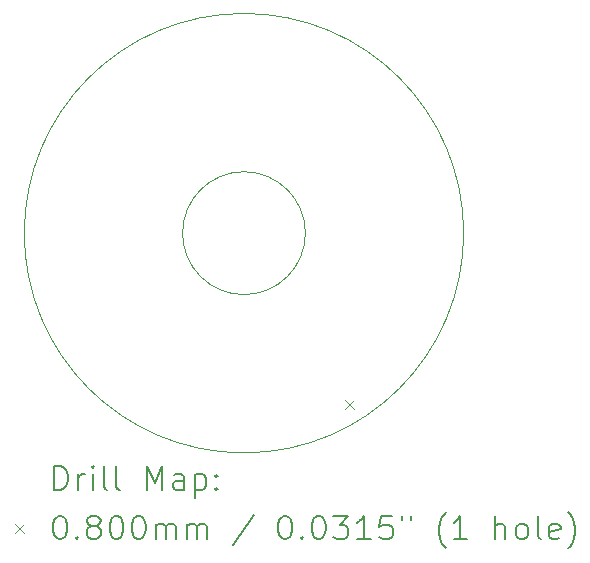
<source format=gbr>
%FSLAX45Y45*%
G04 Gerber Fmt 4.5, Leading zero omitted, Abs format (unit mm)*
G04 Created by KiCad (PCBNEW (6.0.1)) date 2022-07-24 11:11:30*
%MOMM*%
%LPD*%
G01*
G04 APERTURE LIST*
%TA.AperFunction,Profile*%
%ADD10C,0.050000*%
%TD*%
%TA.AperFunction,Profile*%
%ADD11C,0.100000*%
%TD*%
%ADD12C,0.200000*%
%ADD13C,0.080000*%
G04 APERTURE END LIST*
D10*
X15430000Y-6990000D02*
G75*
G03*
X15430000Y-6990000I-1860000J0D01*
G01*
D11*
X14090000Y-6990000D02*
G75*
G03*
X14090000Y-6990000I-520000J0D01*
G01*
D12*
D13*
X14425000Y-8400622D02*
X14505000Y-8480622D01*
X14505000Y-8400622D02*
X14425000Y-8480622D01*
D12*
X11965119Y-9162976D02*
X11965119Y-8962976D01*
X12012738Y-8962976D01*
X12041309Y-8972500D01*
X12060357Y-8991548D01*
X12069881Y-9010595D01*
X12079405Y-9048690D01*
X12079405Y-9077262D01*
X12069881Y-9115357D01*
X12060357Y-9134405D01*
X12041309Y-9153452D01*
X12012738Y-9162976D01*
X11965119Y-9162976D01*
X12165119Y-9162976D02*
X12165119Y-9029643D01*
X12165119Y-9067738D02*
X12174643Y-9048690D01*
X12184167Y-9039167D01*
X12203214Y-9029643D01*
X12222262Y-9029643D01*
X12288928Y-9162976D02*
X12288928Y-9029643D01*
X12288928Y-8962976D02*
X12279405Y-8972500D01*
X12288928Y-8982024D01*
X12298452Y-8972500D01*
X12288928Y-8962976D01*
X12288928Y-8982024D01*
X12412738Y-9162976D02*
X12393690Y-9153452D01*
X12384167Y-9134405D01*
X12384167Y-8962976D01*
X12517500Y-9162976D02*
X12498452Y-9153452D01*
X12488928Y-9134405D01*
X12488928Y-8962976D01*
X12746071Y-9162976D02*
X12746071Y-8962976D01*
X12812738Y-9105833D01*
X12879405Y-8962976D01*
X12879405Y-9162976D01*
X13060357Y-9162976D02*
X13060357Y-9058214D01*
X13050833Y-9039167D01*
X13031786Y-9029643D01*
X12993690Y-9029643D01*
X12974643Y-9039167D01*
X13060357Y-9153452D02*
X13041309Y-9162976D01*
X12993690Y-9162976D01*
X12974643Y-9153452D01*
X12965119Y-9134405D01*
X12965119Y-9115357D01*
X12974643Y-9096310D01*
X12993690Y-9086786D01*
X13041309Y-9086786D01*
X13060357Y-9077262D01*
X13155595Y-9029643D02*
X13155595Y-9229643D01*
X13155595Y-9039167D02*
X13174643Y-9029643D01*
X13212738Y-9029643D01*
X13231786Y-9039167D01*
X13241309Y-9048690D01*
X13250833Y-9067738D01*
X13250833Y-9124881D01*
X13241309Y-9143929D01*
X13231786Y-9153452D01*
X13212738Y-9162976D01*
X13174643Y-9162976D01*
X13155595Y-9153452D01*
X13336548Y-9143929D02*
X13346071Y-9153452D01*
X13336548Y-9162976D01*
X13327024Y-9153452D01*
X13336548Y-9143929D01*
X13336548Y-9162976D01*
X13336548Y-9039167D02*
X13346071Y-9048690D01*
X13336548Y-9058214D01*
X13327024Y-9048690D01*
X13336548Y-9039167D01*
X13336548Y-9058214D01*
D13*
X11627500Y-9452500D02*
X11707500Y-9532500D01*
X11707500Y-9452500D02*
X11627500Y-9532500D01*
D12*
X12003214Y-9382976D02*
X12022262Y-9382976D01*
X12041309Y-9392500D01*
X12050833Y-9402024D01*
X12060357Y-9421071D01*
X12069881Y-9459167D01*
X12069881Y-9506786D01*
X12060357Y-9544881D01*
X12050833Y-9563929D01*
X12041309Y-9573452D01*
X12022262Y-9582976D01*
X12003214Y-9582976D01*
X11984167Y-9573452D01*
X11974643Y-9563929D01*
X11965119Y-9544881D01*
X11955595Y-9506786D01*
X11955595Y-9459167D01*
X11965119Y-9421071D01*
X11974643Y-9402024D01*
X11984167Y-9392500D01*
X12003214Y-9382976D01*
X12155595Y-9563929D02*
X12165119Y-9573452D01*
X12155595Y-9582976D01*
X12146071Y-9573452D01*
X12155595Y-9563929D01*
X12155595Y-9582976D01*
X12279405Y-9468690D02*
X12260357Y-9459167D01*
X12250833Y-9449643D01*
X12241309Y-9430595D01*
X12241309Y-9421071D01*
X12250833Y-9402024D01*
X12260357Y-9392500D01*
X12279405Y-9382976D01*
X12317500Y-9382976D01*
X12336548Y-9392500D01*
X12346071Y-9402024D01*
X12355595Y-9421071D01*
X12355595Y-9430595D01*
X12346071Y-9449643D01*
X12336548Y-9459167D01*
X12317500Y-9468690D01*
X12279405Y-9468690D01*
X12260357Y-9478214D01*
X12250833Y-9487738D01*
X12241309Y-9506786D01*
X12241309Y-9544881D01*
X12250833Y-9563929D01*
X12260357Y-9573452D01*
X12279405Y-9582976D01*
X12317500Y-9582976D01*
X12336548Y-9573452D01*
X12346071Y-9563929D01*
X12355595Y-9544881D01*
X12355595Y-9506786D01*
X12346071Y-9487738D01*
X12336548Y-9478214D01*
X12317500Y-9468690D01*
X12479405Y-9382976D02*
X12498452Y-9382976D01*
X12517500Y-9392500D01*
X12527024Y-9402024D01*
X12536548Y-9421071D01*
X12546071Y-9459167D01*
X12546071Y-9506786D01*
X12536548Y-9544881D01*
X12527024Y-9563929D01*
X12517500Y-9573452D01*
X12498452Y-9582976D01*
X12479405Y-9582976D01*
X12460357Y-9573452D01*
X12450833Y-9563929D01*
X12441309Y-9544881D01*
X12431786Y-9506786D01*
X12431786Y-9459167D01*
X12441309Y-9421071D01*
X12450833Y-9402024D01*
X12460357Y-9392500D01*
X12479405Y-9382976D01*
X12669881Y-9382976D02*
X12688928Y-9382976D01*
X12707976Y-9392500D01*
X12717500Y-9402024D01*
X12727024Y-9421071D01*
X12736548Y-9459167D01*
X12736548Y-9506786D01*
X12727024Y-9544881D01*
X12717500Y-9563929D01*
X12707976Y-9573452D01*
X12688928Y-9582976D01*
X12669881Y-9582976D01*
X12650833Y-9573452D01*
X12641309Y-9563929D01*
X12631786Y-9544881D01*
X12622262Y-9506786D01*
X12622262Y-9459167D01*
X12631786Y-9421071D01*
X12641309Y-9402024D01*
X12650833Y-9392500D01*
X12669881Y-9382976D01*
X12822262Y-9582976D02*
X12822262Y-9449643D01*
X12822262Y-9468690D02*
X12831786Y-9459167D01*
X12850833Y-9449643D01*
X12879405Y-9449643D01*
X12898452Y-9459167D01*
X12907976Y-9478214D01*
X12907976Y-9582976D01*
X12907976Y-9478214D02*
X12917500Y-9459167D01*
X12936548Y-9449643D01*
X12965119Y-9449643D01*
X12984167Y-9459167D01*
X12993690Y-9478214D01*
X12993690Y-9582976D01*
X13088928Y-9582976D02*
X13088928Y-9449643D01*
X13088928Y-9468690D02*
X13098452Y-9459167D01*
X13117500Y-9449643D01*
X13146071Y-9449643D01*
X13165119Y-9459167D01*
X13174643Y-9478214D01*
X13174643Y-9582976D01*
X13174643Y-9478214D02*
X13184167Y-9459167D01*
X13203214Y-9449643D01*
X13231786Y-9449643D01*
X13250833Y-9459167D01*
X13260357Y-9478214D01*
X13260357Y-9582976D01*
X13650833Y-9373452D02*
X13479405Y-9630595D01*
X13907976Y-9382976D02*
X13927024Y-9382976D01*
X13946071Y-9392500D01*
X13955595Y-9402024D01*
X13965119Y-9421071D01*
X13974643Y-9459167D01*
X13974643Y-9506786D01*
X13965119Y-9544881D01*
X13955595Y-9563929D01*
X13946071Y-9573452D01*
X13927024Y-9582976D01*
X13907976Y-9582976D01*
X13888928Y-9573452D01*
X13879405Y-9563929D01*
X13869881Y-9544881D01*
X13860357Y-9506786D01*
X13860357Y-9459167D01*
X13869881Y-9421071D01*
X13879405Y-9402024D01*
X13888928Y-9392500D01*
X13907976Y-9382976D01*
X14060357Y-9563929D02*
X14069881Y-9573452D01*
X14060357Y-9582976D01*
X14050833Y-9573452D01*
X14060357Y-9563929D01*
X14060357Y-9582976D01*
X14193690Y-9382976D02*
X14212738Y-9382976D01*
X14231786Y-9392500D01*
X14241309Y-9402024D01*
X14250833Y-9421071D01*
X14260357Y-9459167D01*
X14260357Y-9506786D01*
X14250833Y-9544881D01*
X14241309Y-9563929D01*
X14231786Y-9573452D01*
X14212738Y-9582976D01*
X14193690Y-9582976D01*
X14174643Y-9573452D01*
X14165119Y-9563929D01*
X14155595Y-9544881D01*
X14146071Y-9506786D01*
X14146071Y-9459167D01*
X14155595Y-9421071D01*
X14165119Y-9402024D01*
X14174643Y-9392500D01*
X14193690Y-9382976D01*
X14327024Y-9382976D02*
X14450833Y-9382976D01*
X14384167Y-9459167D01*
X14412738Y-9459167D01*
X14431786Y-9468690D01*
X14441309Y-9478214D01*
X14450833Y-9497262D01*
X14450833Y-9544881D01*
X14441309Y-9563929D01*
X14431786Y-9573452D01*
X14412738Y-9582976D01*
X14355595Y-9582976D01*
X14336548Y-9573452D01*
X14327024Y-9563929D01*
X14641309Y-9582976D02*
X14527024Y-9582976D01*
X14584167Y-9582976D02*
X14584167Y-9382976D01*
X14565119Y-9411548D01*
X14546071Y-9430595D01*
X14527024Y-9440119D01*
X14822262Y-9382976D02*
X14727024Y-9382976D01*
X14717500Y-9478214D01*
X14727024Y-9468690D01*
X14746071Y-9459167D01*
X14793690Y-9459167D01*
X14812738Y-9468690D01*
X14822262Y-9478214D01*
X14831786Y-9497262D01*
X14831786Y-9544881D01*
X14822262Y-9563929D01*
X14812738Y-9573452D01*
X14793690Y-9582976D01*
X14746071Y-9582976D01*
X14727024Y-9573452D01*
X14717500Y-9563929D01*
X14907976Y-9382976D02*
X14907976Y-9421071D01*
X14984167Y-9382976D02*
X14984167Y-9421071D01*
X15279405Y-9659167D02*
X15269881Y-9649643D01*
X15250833Y-9621071D01*
X15241309Y-9602024D01*
X15231786Y-9573452D01*
X15222262Y-9525833D01*
X15222262Y-9487738D01*
X15231786Y-9440119D01*
X15241309Y-9411548D01*
X15250833Y-9392500D01*
X15269881Y-9363929D01*
X15279405Y-9354405D01*
X15460357Y-9582976D02*
X15346071Y-9582976D01*
X15403214Y-9582976D02*
X15403214Y-9382976D01*
X15384167Y-9411548D01*
X15365119Y-9430595D01*
X15346071Y-9440119D01*
X15698452Y-9582976D02*
X15698452Y-9382976D01*
X15784167Y-9582976D02*
X15784167Y-9478214D01*
X15774643Y-9459167D01*
X15755595Y-9449643D01*
X15727024Y-9449643D01*
X15707976Y-9459167D01*
X15698452Y-9468690D01*
X15907976Y-9582976D02*
X15888928Y-9573452D01*
X15879405Y-9563929D01*
X15869881Y-9544881D01*
X15869881Y-9487738D01*
X15879405Y-9468690D01*
X15888928Y-9459167D01*
X15907976Y-9449643D01*
X15936548Y-9449643D01*
X15955595Y-9459167D01*
X15965119Y-9468690D01*
X15974643Y-9487738D01*
X15974643Y-9544881D01*
X15965119Y-9563929D01*
X15955595Y-9573452D01*
X15936548Y-9582976D01*
X15907976Y-9582976D01*
X16088928Y-9582976D02*
X16069881Y-9573452D01*
X16060357Y-9554405D01*
X16060357Y-9382976D01*
X16241309Y-9573452D02*
X16222262Y-9582976D01*
X16184167Y-9582976D01*
X16165119Y-9573452D01*
X16155595Y-9554405D01*
X16155595Y-9478214D01*
X16165119Y-9459167D01*
X16184167Y-9449643D01*
X16222262Y-9449643D01*
X16241309Y-9459167D01*
X16250833Y-9478214D01*
X16250833Y-9497262D01*
X16155595Y-9516310D01*
X16317500Y-9659167D02*
X16327024Y-9649643D01*
X16346071Y-9621071D01*
X16355595Y-9602024D01*
X16365119Y-9573452D01*
X16374643Y-9525833D01*
X16374643Y-9487738D01*
X16365119Y-9440119D01*
X16355595Y-9411548D01*
X16346071Y-9392500D01*
X16327024Y-9363929D01*
X16317500Y-9354405D01*
M02*

</source>
